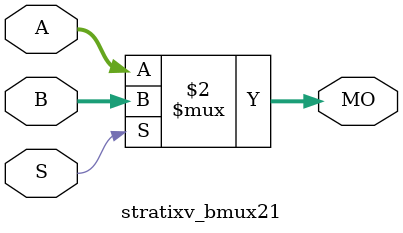
<source format=v>
module stratixv_bmux21 (MO, A, B, S);
   input [15:0] A, B;
   input 	S;
   output [15:0] MO; 
   assign MO = (S == 1) ? B : A; 
endmodule
</source>
